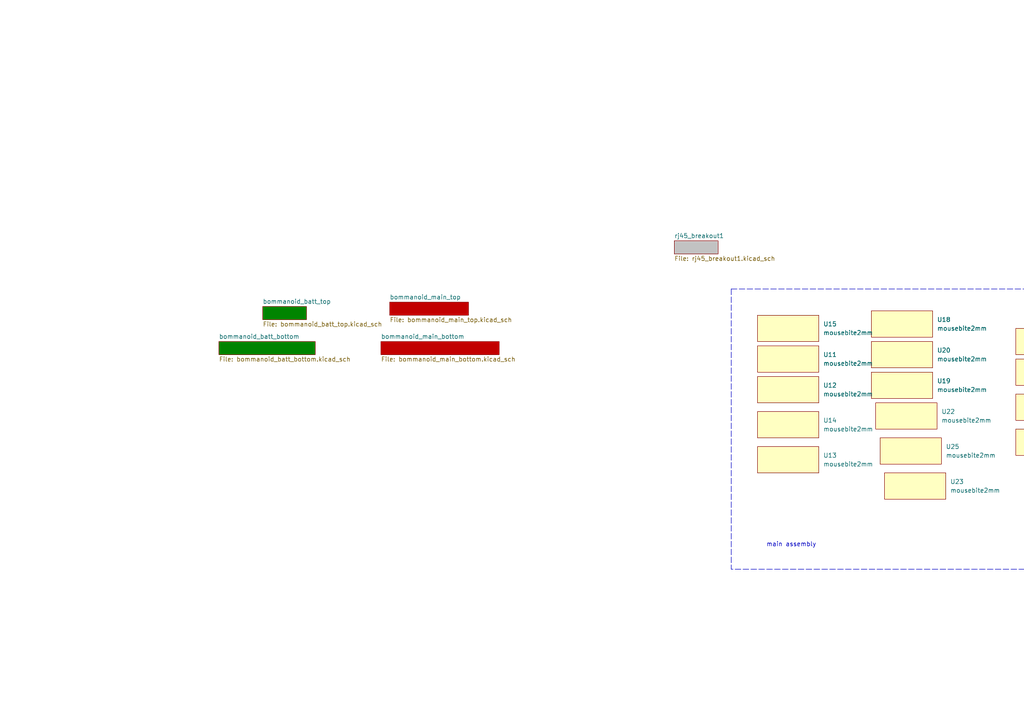
<source format=kicad_sch>
(kicad_sch (version 20211123) (generator eeschema)
  (paper "A4")
  (lib_symbols
    (symbol "clarinoid2:Placeholder" (in_bom no)
      (property "Reference" "U" (at 0 0 0))
      (property "Value" "Placeholder" (at 0 -1.27 0))
      (symbol "Placeholder_0_1"
        (rectangle (start -8.89 2.54) (end 8.89 -5.08) (fill (type background)))
      )
    )
  )
  (polyline (pts (xy 342.9 165.1) (xy 212.09 165.1)))
  (polyline (pts (xy 342.9 83.82) (xy 342.9 165.1)))
  (polyline (pts (xy 212.09 83.82) (xy 212.09 165.1)))
  (polyline (pts (xy 212.09 83.82) (xy 342.9 83.82)))
  (text "main assembly" (at 222.25 158.75 0) (effects (font (size 1.27 1.27)) (justify left bottom)))
  (symbol (lib_id "clarinoid2:Placeholder") (at 303.53 116.84 0) (unit 1) (in_bom no)
    (property "Reference" "U21" (at 313.69 116.8399 0) (effects (justify left)))
    (property "Value" "mousebite2mm_45deg" (at 313.69 119.3799 0) (effects (justify left)))
    (property "Footprint" "clarinoid2:mouse-bite-2mm-45deg" (effects hide))
  )
  (symbol (lib_id "clarinoid2:Placeholder") (at 303.53 106.68 0) (unit 1) (in_bom no)
    (property "Reference" "U17" (at 313.69 106.6799 0) (effects (justify left)))
    (property "Value" "mousebite2mm_45deg" (at 313.69 109.2199 0) (effects (justify left)))
    (property "Footprint" "clarinoid2:mouse-bite-2mm-45deg" (effects hide))
  )
  (symbol (lib_id "clarinoid2:Placeholder") (at 261.62 110.49 0) (unit 1) (in_bom no)
    (property "Reference" "U19" (at 271.78 110.4899 0) (effects (justify left)))
    (property "Value" "mousebite2mm" (at 271.78 113.0299 0) (effects (justify left)))
    (property "Footprint" "clarinoid2:mouse-bite-2mm-slot" (effects hide))
  )
  (symbol (lib_id "clarinoid2:Placeholder") (at 228.6 93.98 0) (unit 1) (in_bom no)
    (property "Reference" "U15" (at 238.76 93.9799 0) (effects (justify left)))
    (property "Value" "mousebite2mm" (at 238.76 96.5199 0) (effects (justify left)))
    (property "Footprint" "clarinoid2:mouse-bite-2mm-slot" (effects hide))
  )
  (symbol (lib_id "clarinoid2:Placeholder") (at 261.62 92.71 0) (unit 1) (in_bom no)
    (property "Reference" "U18" (at 271.78 92.7099 0) (effects (justify left)))
    (property "Value" "mousebite2mm" (at 271.78 95.2499 0) (effects (justify left)))
    (property "Footprint" "clarinoid2:mouse-bite-2mm-slot" (effects hide))
  )
  (symbol (lib_id "clarinoid2:Placeholder") (at 303.53 97.79 0) (unit 1) (in_bom no)
    (property "Reference" "U16" (at 313.69 97.7899 0) (effects (justify left)))
    (property "Value" "mousebite2mm_45deg" (at 313.69 100.3299 0) (effects (justify left)))
    (property "Footprint" "clarinoid2:mouse-bite-2mm-45deg" (effects hide))
  )
  (symbol (lib_id "clarinoid2:Placeholder") (at 228.6 111.76 0) (unit 1) (in_bom no)
    (property "Reference" "U12" (at 238.76 111.7599 0) (effects (justify left)))
    (property "Value" "mousebite2mm" (at 238.76 114.2999 0) (effects (justify left)))
    (property "Footprint" "clarinoid2:mouse-bite-2mm-slot" (effects hide))
  )
  (symbol (lib_id "clarinoid2:Placeholder") (at 262.89 119.38 0) (unit 1) (in_bom no)
    (property "Reference" "U22" (at 273.05 119.3799 0) (effects (justify left)))
    (property "Value" "mousebite2mm" (at 273.05 121.9199 0) (effects (justify left)))
    (property "Footprint" "clarinoid2:mouse-bite-2mm-slot" (effects hide))
  )
  (symbol (lib_id "clarinoid2:Placeholder") (at 265.43 139.7 0) (unit 1) (in_bom no)
    (property "Reference" "U23" (at 275.59 139.6999 0) (effects (justify left)))
    (property "Value" "mousebite2mm" (at 275.59 142.2399 0) (effects (justify left)))
    (property "Footprint" "clarinoid2:mouse-bite-2mm-slot" (effects hide))
  )
  (symbol (lib_id "clarinoid2:Placeholder") (at 228.6 121.92 0) (unit 1) (in_bom no)
    (property "Reference" "U14" (at 238.76 121.9199 0) (effects (justify left)))
    (property "Value" "mousebite2mm" (at 238.76 124.4599 0) (effects (justify left)))
    (property "Footprint" "clarinoid2:mouse-bite-2mm-slot" (effects hide))
  )
  (symbol (lib_id "clarinoid2:Placeholder") (at 303.53 127 0) (unit 1) (in_bom no)
    (property "Reference" "U24" (at 313.69 126.9999 0) (effects (justify left)))
    (property "Value" "mousebite2mm_45deg" (at 313.69 129.5399 0) (effects (justify left)))
    (property "Footprint" "clarinoid2:mouse-bite-2mm-45deg" (effects hide))
  )
  (symbol (lib_id "clarinoid2:Placeholder") (at 228.6 102.87 0) (unit 1) (in_bom no)
    (property "Reference" "U11" (at 238.76 102.8699 0) (effects (justify left)))
    (property "Value" "mousebite2mm" (at 238.76 105.4099 0) (effects (justify left)))
    (property "Footprint" "clarinoid2:mouse-bite-2mm-slot" (effects hide))
  )
  (symbol (lib_id "clarinoid2:Placeholder") (at 264.16 129.54 0) (unit 1) (in_bom no)
    (property "Reference" "U25" (at 274.32 129.5399 0) (effects (justify left)))
    (property "Value" "mousebite2mm" (at 274.32 132.0799 0) (effects (justify left)))
    (property "Footprint" "clarinoid2:mouse-bite-2mm-slot" (effects hide))
  )
  (symbol (lib_id "clarinoid2:Placeholder") (at 228.6 132.08 0) (unit 1) (in_bom no)
    (property "Reference" "U13" (at 238.76 132.0799 0) (effects (justify left)))
    (property "Value" "mousebite2mm" (at 238.76 134.6199 0) (effects (justify left)))
    (property "Footprint" "clarinoid2:mouse-bite-2mm-slot" (effects hide))
  )
  (symbol (lib_id "clarinoid2:Placeholder") (at 261.62 101.6 0) (unit 1) (in_bom no)
    (property "Reference" "U20" (at 271.78 101.5999 0) (effects (justify left)))
    (property "Value" "mousebite2mm" (at 271.78 104.1399 0) (effects (justify left)))
    (property "Footprint" "clarinoid2:mouse-bite-2mm-slot" (effects hide))
  )
  (sheet (at 113.03 87.63) (size 22.86 3.81) (stroke (width 0.1524)) (fill (color 194 0 0 1.0000))
    (property "Sheet name" "bommanoid_main_top" (at 113.03 86.9184 0) (effects (justify left bottom)))
    (property "Sheet file" "bommanoid_main_top.kicad_sch" (at 113.03 92.0246 0) (effects (justify left top)))
  )
  (sheet (at 76.2 88.9) (size 12.7 3.81) (stroke (width 0.1524)) (fill (color 0 132 0 1.0000))
    (property "Sheet name" "bommanoid_batt_top" (at 76.2 88.1884 0) (effects (justify left bottom)))
    (property "Sheet file" "bommanoid_batt_top.kicad_sch" (at 76.2 93.2946 0) (effects (justify left top)))
  )
  (sheet (at 110.49 99.06) (size 34.29 3.81) (stroke (width 0.1524)) (fill (color 194 0 0 1.0000))
    (property "Sheet name" "bommanoid_main_bottom" (at 110.49 98.3484 0) (effects (justify left bottom)))
    (property "Sheet file" "bommanoid_main_bottom.kicad_sch" (at 110.49 103.4546 0) (effects (justify left top)))
  )
  (sheet (at 195.58 69.85) (size 12.7 3.81) (stroke (width 0.1524)) (fill (color 194 194 194 1.0000))
    (property "Sheet name" "rj45_breakout1" (at 195.58 69.1384 0) (effects (justify left bottom)))
    (property "Sheet file" "rj45_breakout1.kicad_sch" (at 195.58 74.2446 0) (effects (justify left top)))
  )
  (sheet (at 63.5 99.06) (size 27.94 3.81) (stroke (width 0.1524)) (fill (color 0 132 0 1.0000))
    (property "Sheet name" "bommanoid_batt_bottom" (at 63.5 98.3484 0) (effects (justify left bottom)))
    (property "Sheet file" "bommanoid_batt_bottom.kicad_sch" (at 63.5 103.4546 0) (effects (justify left top)))
  )
)
</source>
